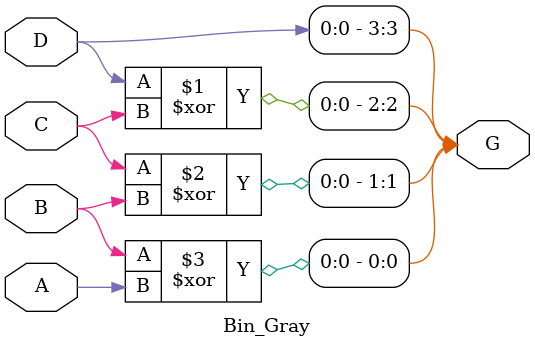
<source format=v>
`timescale 1ns / 1ps


module Bin_Gray(A,B,C,D,G);
    input  wire A;
    input  wire B;
    input  wire C;
    input  wire D;
    output wire [3:0] G;


    assign G[3] = D;
    assign G[2] = D ^ C;
    assign G[1] = C ^ B;
    assign G[0] = B ^ A;

endmodule

</source>
